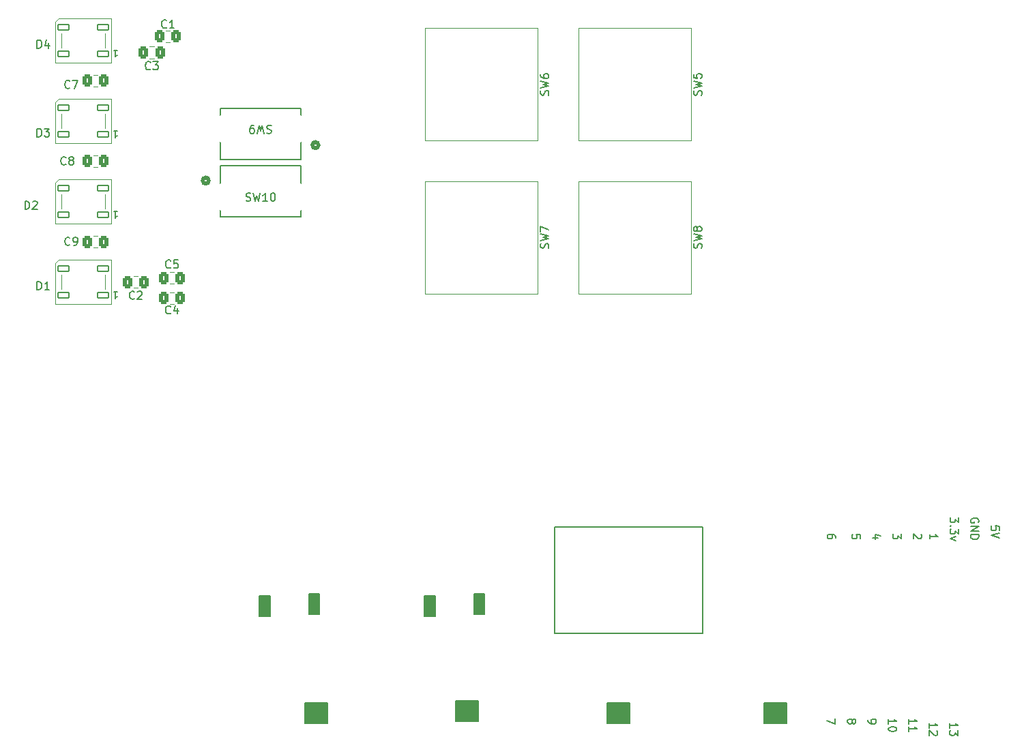
<source format=gto>
G04 #@! TF.GenerationSoftware,KiCad,Pcbnew,8.0.7*
G04 #@! TF.CreationDate,2025-07-02T20:48:29-04:00*
G04 #@! TF.ProjectId,ESP32_laptop-midi,45535033-325f-46c6-9170-746f702d6d69,rev?*
G04 #@! TF.SameCoordinates,Original*
G04 #@! TF.FileFunction,Legend,Top*
G04 #@! TF.FilePolarity,Positive*
%FSLAX46Y46*%
G04 Gerber Fmt 4.6, Leading zero omitted, Abs format (unit mm)*
G04 Created by KiCad (PCBNEW 8.0.7) date 2025-07-02 20:48:29*
%MOMM*%
%LPD*%
G01*
G04 APERTURE LIST*
G04 Aperture macros list*
%AMRoundRect*
0 Rectangle with rounded corners*
0 $1 Rounding radius*
0 $2 $3 $4 $5 $6 $7 $8 $9 X,Y pos of 4 corners*
0 Add a 4 corners polygon primitive as box body*
4,1,4,$2,$3,$4,$5,$6,$7,$8,$9,$2,$3,0*
0 Add four circle primitives for the rounded corners*
1,1,$1+$1,$2,$3*
1,1,$1+$1,$4,$5*
1,1,$1+$1,$6,$7*
1,1,$1+$1,$8,$9*
0 Add four rect primitives between the rounded corners*
20,1,$1+$1,$2,$3,$4,$5,0*
20,1,$1+$1,$4,$5,$6,$7,0*
20,1,$1+$1,$6,$7,$8,$9,0*
20,1,$1+$1,$8,$9,$2,$3,0*%
G04 Aperture macros list end*
%ADD10C,0.200000*%
%ADD11C,0.150000*%
%ADD12C,0.120000*%
%ADD13C,0.152400*%
%ADD14C,0.508000*%
%ADD15RoundRect,0.090000X0.660000X0.360000X-0.660000X0.360000X-0.660000X-0.360000X0.660000X-0.360000X0*%
%ADD16C,1.700000*%
%ADD17C,4.000000*%
%ADD18C,2.200000*%
%ADD19RoundRect,0.250000X-0.337500X-0.475000X0.337500X-0.475000X0.337500X0.475000X-0.337500X0.475000X0*%
%ADD20C,3.200000*%
%ADD21RoundRect,0.250000X0.337500X0.475000X-0.337500X0.475000X-0.337500X-0.475000X0.337500X-0.475000X0*%
%ADD22O,2.500000X3.500000*%
%ADD23C,1.524000*%
G04 APERTURE END LIST*
D10*
X187353000Y-95000000D02*
X188647000Y-95000000D01*
X188647000Y-97540000D01*
X187353000Y-97540000D01*
X187353000Y-95000000D01*
G36*
X187353000Y-95000000D02*
G01*
X188647000Y-95000000D01*
X188647000Y-97540000D01*
X187353000Y-97540000D01*
X187353000Y-95000000D01*
G37*
X207853000Y-95000000D02*
X209147000Y-95000000D01*
X209147000Y-97540000D01*
X207853000Y-97540000D01*
X207853000Y-95000000D01*
G36*
X207853000Y-95000000D02*
G01*
X209147000Y-95000000D01*
X209147000Y-97540000D01*
X207853000Y-97540000D01*
X207853000Y-95000000D01*
G37*
X224000000Y-86400000D02*
X242400000Y-86400000D01*
X242400000Y-99600000D01*
X224000000Y-99600000D01*
X224000000Y-86400000D01*
X211706000Y-108000000D02*
X214500000Y-108000000D01*
X214500000Y-110540000D01*
X211706000Y-110540000D01*
X211706000Y-108000000D01*
G36*
X211706000Y-108000000D02*
G01*
X214500000Y-108000000D01*
X214500000Y-110540000D01*
X211706000Y-110540000D01*
X211706000Y-108000000D01*
G37*
X193500000Y-94730000D02*
X194794000Y-94730000D01*
X194794000Y-97270000D01*
X193500000Y-97270000D01*
X193500000Y-94730000D01*
G36*
X193500000Y-94730000D02*
G01*
X194794000Y-94730000D01*
X194794000Y-97270000D01*
X193500000Y-97270000D01*
X193500000Y-94730000D01*
G37*
X230500000Y-108230000D02*
X233294000Y-108230000D01*
X233294000Y-110770000D01*
X230500000Y-110770000D01*
X230500000Y-108230000D01*
G36*
X230500000Y-108230000D02*
G01*
X233294000Y-108230000D01*
X233294000Y-110770000D01*
X230500000Y-110770000D01*
X230500000Y-108230000D01*
G37*
X214000000Y-94730000D02*
X215294000Y-94730000D01*
X215294000Y-97270000D01*
X214000000Y-97270000D01*
X214000000Y-94730000D01*
G36*
X214000000Y-94730000D02*
G01*
X215294000Y-94730000D01*
X215294000Y-97270000D01*
X214000000Y-97270000D01*
X214000000Y-94730000D01*
G37*
X250000000Y-108230000D02*
X252794000Y-108230000D01*
X252794000Y-110770000D01*
X250000000Y-110770000D01*
X250000000Y-108230000D01*
G36*
X250000000Y-108230000D02*
G01*
X252794000Y-108230000D01*
X252794000Y-110770000D01*
X250000000Y-110770000D01*
X250000000Y-108230000D01*
G37*
X193000000Y-108230000D02*
X195794000Y-108230000D01*
X195794000Y-110770000D01*
X193000000Y-110770000D01*
X193000000Y-108230000D01*
G36*
X193000000Y-108230000D02*
G01*
X195794000Y-108230000D01*
X195794000Y-110770000D01*
X193000000Y-110770000D01*
X193000000Y-108230000D01*
G37*
D11*
X269422942Y-87321160D02*
X269470561Y-87368779D01*
X269470561Y-87368779D02*
X269518180Y-87464017D01*
X269518180Y-87464017D02*
X269518180Y-87702112D01*
X269518180Y-87702112D02*
X269470561Y-87797350D01*
X269470561Y-87797350D02*
X269422942Y-87844969D01*
X269422942Y-87844969D02*
X269327704Y-87892588D01*
X269327704Y-87892588D02*
X269232466Y-87892588D01*
X269232466Y-87892588D02*
X269089609Y-87844969D01*
X269089609Y-87844969D02*
X268518180Y-87273541D01*
X268518180Y-87273541D02*
X268518180Y-87892588D01*
X264104847Y-87797350D02*
X263438180Y-87797350D01*
X264485800Y-87559255D02*
X263771514Y-87321160D01*
X263771514Y-87321160D02*
X263771514Y-87940207D01*
X266978180Y-87273541D02*
X266978180Y-87892588D01*
X266978180Y-87892588D02*
X266597228Y-87559255D01*
X266597228Y-87559255D02*
X266597228Y-87702112D01*
X266597228Y-87702112D02*
X266549609Y-87797350D01*
X266549609Y-87797350D02*
X266501990Y-87844969D01*
X266501990Y-87844969D02*
X266406752Y-87892588D01*
X266406752Y-87892588D02*
X266168657Y-87892588D01*
X266168657Y-87892588D02*
X266073419Y-87844969D01*
X266073419Y-87844969D02*
X266025800Y-87797350D01*
X266025800Y-87797350D02*
X265978180Y-87702112D01*
X265978180Y-87702112D02*
X265978180Y-87416398D01*
X265978180Y-87416398D02*
X266025800Y-87321160D01*
X266025800Y-87321160D02*
X266073419Y-87273541D01*
X279170180Y-86812969D02*
X279170180Y-86336779D01*
X279170180Y-86336779D02*
X278693990Y-86289160D01*
X278693990Y-86289160D02*
X278741609Y-86336779D01*
X278741609Y-86336779D02*
X278789228Y-86432017D01*
X278789228Y-86432017D02*
X278789228Y-86670112D01*
X278789228Y-86670112D02*
X278741609Y-86765350D01*
X278741609Y-86765350D02*
X278693990Y-86812969D01*
X278693990Y-86812969D02*
X278598752Y-86860588D01*
X278598752Y-86860588D02*
X278360657Y-86860588D01*
X278360657Y-86860588D02*
X278265419Y-86812969D01*
X278265419Y-86812969D02*
X278217800Y-86765350D01*
X278217800Y-86765350D02*
X278170180Y-86670112D01*
X278170180Y-86670112D02*
X278170180Y-86432017D01*
X278170180Y-86432017D02*
X278217800Y-86336779D01*
X278217800Y-86336779D02*
X278265419Y-86289160D01*
X279170180Y-87146303D02*
X278170180Y-87479636D01*
X278170180Y-87479636D02*
X279170180Y-87812969D01*
X270510180Y-111360588D02*
X270510180Y-110789160D01*
X270510180Y-111074874D02*
X271510180Y-111074874D01*
X271510180Y-111074874D02*
X271367323Y-110979636D01*
X271367323Y-110979636D02*
X271272085Y-110884398D01*
X271272085Y-110884398D02*
X271224466Y-110789160D01*
X271414942Y-111741541D02*
X271462561Y-111789160D01*
X271462561Y-111789160D02*
X271510180Y-111884398D01*
X271510180Y-111884398D02*
X271510180Y-112122493D01*
X271510180Y-112122493D02*
X271462561Y-112217731D01*
X271462561Y-112217731D02*
X271414942Y-112265350D01*
X271414942Y-112265350D02*
X271319704Y-112312969D01*
X271319704Y-112312969D02*
X271224466Y-112312969D01*
X271224466Y-112312969D02*
X271081609Y-112265350D01*
X271081609Y-112265350D02*
X270510180Y-111693922D01*
X270510180Y-111693922D02*
X270510180Y-112312969D01*
X267970180Y-110852588D02*
X267970180Y-110281160D01*
X267970180Y-110566874D02*
X268970180Y-110566874D01*
X268970180Y-110566874D02*
X268827323Y-110471636D01*
X268827323Y-110471636D02*
X268732085Y-110376398D01*
X268732085Y-110376398D02*
X268684466Y-110281160D01*
X267970180Y-111804969D02*
X267970180Y-111233541D01*
X267970180Y-111519255D02*
X268970180Y-111519255D01*
X268970180Y-111519255D02*
X268827323Y-111424017D01*
X268827323Y-111424017D02*
X268732085Y-111328779D01*
X268732085Y-111328779D02*
X268684466Y-111233541D01*
X276582561Y-85860588D02*
X276630180Y-85765350D01*
X276630180Y-85765350D02*
X276630180Y-85622493D01*
X276630180Y-85622493D02*
X276582561Y-85479636D01*
X276582561Y-85479636D02*
X276487323Y-85384398D01*
X276487323Y-85384398D02*
X276392085Y-85336779D01*
X276392085Y-85336779D02*
X276201609Y-85289160D01*
X276201609Y-85289160D02*
X276058752Y-85289160D01*
X276058752Y-85289160D02*
X275868276Y-85336779D01*
X275868276Y-85336779D02*
X275773038Y-85384398D01*
X275773038Y-85384398D02*
X275677800Y-85479636D01*
X275677800Y-85479636D02*
X275630180Y-85622493D01*
X275630180Y-85622493D02*
X275630180Y-85717731D01*
X275630180Y-85717731D02*
X275677800Y-85860588D01*
X275677800Y-85860588D02*
X275725419Y-85908207D01*
X275725419Y-85908207D02*
X276058752Y-85908207D01*
X276058752Y-85908207D02*
X276058752Y-85717731D01*
X275630180Y-86336779D02*
X276630180Y-86336779D01*
X276630180Y-86336779D02*
X275630180Y-86908207D01*
X275630180Y-86908207D02*
X276630180Y-86908207D01*
X275630180Y-87384398D02*
X276630180Y-87384398D01*
X276630180Y-87384398D02*
X276630180Y-87622493D01*
X276630180Y-87622493D02*
X276582561Y-87765350D01*
X276582561Y-87765350D02*
X276487323Y-87860588D01*
X276487323Y-87860588D02*
X276392085Y-87908207D01*
X276392085Y-87908207D02*
X276201609Y-87955826D01*
X276201609Y-87955826D02*
X276058752Y-87955826D01*
X276058752Y-87955826D02*
X275868276Y-87908207D01*
X275868276Y-87908207D02*
X275773038Y-87860588D01*
X275773038Y-87860588D02*
X275677800Y-87765350D01*
X275677800Y-87765350D02*
X275630180Y-87622493D01*
X275630180Y-87622493D02*
X275630180Y-87384398D01*
X273050180Y-111360588D02*
X273050180Y-110789160D01*
X273050180Y-111074874D02*
X274050180Y-111074874D01*
X274050180Y-111074874D02*
X273907323Y-110979636D01*
X273907323Y-110979636D02*
X273812085Y-110884398D01*
X273812085Y-110884398D02*
X273764466Y-110789160D01*
X274050180Y-111693922D02*
X274050180Y-112312969D01*
X274050180Y-112312969D02*
X273669228Y-111979636D01*
X273669228Y-111979636D02*
X273669228Y-112122493D01*
X273669228Y-112122493D02*
X273621609Y-112217731D01*
X273621609Y-112217731D02*
X273573990Y-112265350D01*
X273573990Y-112265350D02*
X273478752Y-112312969D01*
X273478752Y-112312969D02*
X273240657Y-112312969D01*
X273240657Y-112312969D02*
X273145419Y-112265350D01*
X273145419Y-112265350D02*
X273097800Y-112217731D01*
X273097800Y-112217731D02*
X273050180Y-112122493D01*
X273050180Y-112122493D02*
X273050180Y-111836779D01*
X273050180Y-111836779D02*
X273097800Y-111741541D01*
X273097800Y-111741541D02*
X273145419Y-111693922D01*
X274090180Y-85241541D02*
X274090180Y-85860588D01*
X274090180Y-85860588D02*
X273709228Y-85527255D01*
X273709228Y-85527255D02*
X273709228Y-85670112D01*
X273709228Y-85670112D02*
X273661609Y-85765350D01*
X273661609Y-85765350D02*
X273613990Y-85812969D01*
X273613990Y-85812969D02*
X273518752Y-85860588D01*
X273518752Y-85860588D02*
X273280657Y-85860588D01*
X273280657Y-85860588D02*
X273185419Y-85812969D01*
X273185419Y-85812969D02*
X273137800Y-85765350D01*
X273137800Y-85765350D02*
X273090180Y-85670112D01*
X273090180Y-85670112D02*
X273090180Y-85384398D01*
X273090180Y-85384398D02*
X273137800Y-85289160D01*
X273137800Y-85289160D02*
X273185419Y-85241541D01*
X273185419Y-86289160D02*
X273137800Y-86336779D01*
X273137800Y-86336779D02*
X273090180Y-86289160D01*
X273090180Y-86289160D02*
X273137800Y-86241541D01*
X273137800Y-86241541D02*
X273185419Y-86289160D01*
X273185419Y-86289160D02*
X273090180Y-86289160D01*
X274090180Y-86670112D02*
X274090180Y-87289159D01*
X274090180Y-87289159D02*
X273709228Y-86955826D01*
X273709228Y-86955826D02*
X273709228Y-87098683D01*
X273709228Y-87098683D02*
X273661609Y-87193921D01*
X273661609Y-87193921D02*
X273613990Y-87241540D01*
X273613990Y-87241540D02*
X273518752Y-87289159D01*
X273518752Y-87289159D02*
X273280657Y-87289159D01*
X273280657Y-87289159D02*
X273185419Y-87241540D01*
X273185419Y-87241540D02*
X273137800Y-87193921D01*
X273137800Y-87193921D02*
X273090180Y-87098683D01*
X273090180Y-87098683D02*
X273090180Y-86812969D01*
X273090180Y-86812969D02*
X273137800Y-86717731D01*
X273137800Y-86717731D02*
X273185419Y-86670112D01*
X273756847Y-87622493D02*
X273090180Y-87860588D01*
X273090180Y-87860588D02*
X273756847Y-88098683D01*
X270550180Y-87892588D02*
X270550180Y-87321160D01*
X270550180Y-87606874D02*
X271550180Y-87606874D01*
X271550180Y-87606874D02*
X271407323Y-87511636D01*
X271407323Y-87511636D02*
X271312085Y-87416398D01*
X271312085Y-87416398D02*
X271264466Y-87321160D01*
X265430180Y-110852588D02*
X265430180Y-110281160D01*
X265430180Y-110566874D02*
X266430180Y-110566874D01*
X266430180Y-110566874D02*
X266287323Y-110471636D01*
X266287323Y-110471636D02*
X266192085Y-110376398D01*
X266192085Y-110376398D02*
X266144466Y-110281160D01*
X266430180Y-111471636D02*
X266430180Y-111566874D01*
X266430180Y-111566874D02*
X266382561Y-111662112D01*
X266382561Y-111662112D02*
X266334942Y-111709731D01*
X266334942Y-111709731D02*
X266239704Y-111757350D01*
X266239704Y-111757350D02*
X266049228Y-111804969D01*
X266049228Y-111804969D02*
X265811133Y-111804969D01*
X265811133Y-111804969D02*
X265620657Y-111757350D01*
X265620657Y-111757350D02*
X265525419Y-111709731D01*
X265525419Y-111709731D02*
X265477800Y-111662112D01*
X265477800Y-111662112D02*
X265430180Y-111566874D01*
X265430180Y-111566874D02*
X265430180Y-111471636D01*
X265430180Y-111471636D02*
X265477800Y-111376398D01*
X265477800Y-111376398D02*
X265525419Y-111328779D01*
X265525419Y-111328779D02*
X265620657Y-111281160D01*
X265620657Y-111281160D02*
X265811133Y-111233541D01*
X265811133Y-111233541D02*
X266049228Y-111233541D01*
X266049228Y-111233541D02*
X266239704Y-111281160D01*
X266239704Y-111281160D02*
X266334942Y-111328779D01*
X266334942Y-111328779D02*
X266382561Y-111376398D01*
X266382561Y-111376398D02*
X266430180Y-111471636D01*
X262890180Y-110376398D02*
X262890180Y-110566874D01*
X262890180Y-110566874D02*
X262937800Y-110662112D01*
X262937800Y-110662112D02*
X262985419Y-110709731D01*
X262985419Y-110709731D02*
X263128276Y-110804969D01*
X263128276Y-110804969D02*
X263318752Y-110852588D01*
X263318752Y-110852588D02*
X263699704Y-110852588D01*
X263699704Y-110852588D02*
X263794942Y-110804969D01*
X263794942Y-110804969D02*
X263842561Y-110757350D01*
X263842561Y-110757350D02*
X263890180Y-110662112D01*
X263890180Y-110662112D02*
X263890180Y-110471636D01*
X263890180Y-110471636D02*
X263842561Y-110376398D01*
X263842561Y-110376398D02*
X263794942Y-110328779D01*
X263794942Y-110328779D02*
X263699704Y-110281160D01*
X263699704Y-110281160D02*
X263461609Y-110281160D01*
X263461609Y-110281160D02*
X263366371Y-110328779D01*
X263366371Y-110328779D02*
X263318752Y-110376398D01*
X263318752Y-110376398D02*
X263271133Y-110471636D01*
X263271133Y-110471636D02*
X263271133Y-110662112D01*
X263271133Y-110662112D02*
X263318752Y-110757350D01*
X263318752Y-110757350D02*
X263366371Y-110804969D01*
X263366371Y-110804969D02*
X263461609Y-110852588D01*
X260921609Y-110471636D02*
X260969228Y-110376398D01*
X260969228Y-110376398D02*
X261016847Y-110328779D01*
X261016847Y-110328779D02*
X261112085Y-110281160D01*
X261112085Y-110281160D02*
X261159704Y-110281160D01*
X261159704Y-110281160D02*
X261254942Y-110328779D01*
X261254942Y-110328779D02*
X261302561Y-110376398D01*
X261302561Y-110376398D02*
X261350180Y-110471636D01*
X261350180Y-110471636D02*
X261350180Y-110662112D01*
X261350180Y-110662112D02*
X261302561Y-110757350D01*
X261302561Y-110757350D02*
X261254942Y-110804969D01*
X261254942Y-110804969D02*
X261159704Y-110852588D01*
X261159704Y-110852588D02*
X261112085Y-110852588D01*
X261112085Y-110852588D02*
X261016847Y-110804969D01*
X261016847Y-110804969D02*
X260969228Y-110757350D01*
X260969228Y-110757350D02*
X260921609Y-110662112D01*
X260921609Y-110662112D02*
X260921609Y-110471636D01*
X260921609Y-110471636D02*
X260873990Y-110376398D01*
X260873990Y-110376398D02*
X260826371Y-110328779D01*
X260826371Y-110328779D02*
X260731133Y-110281160D01*
X260731133Y-110281160D02*
X260540657Y-110281160D01*
X260540657Y-110281160D02*
X260445419Y-110328779D01*
X260445419Y-110328779D02*
X260397800Y-110376398D01*
X260397800Y-110376398D02*
X260350180Y-110471636D01*
X260350180Y-110471636D02*
X260350180Y-110662112D01*
X260350180Y-110662112D02*
X260397800Y-110757350D01*
X260397800Y-110757350D02*
X260445419Y-110804969D01*
X260445419Y-110804969D02*
X260540657Y-110852588D01*
X260540657Y-110852588D02*
X260731133Y-110852588D01*
X260731133Y-110852588D02*
X260826371Y-110804969D01*
X260826371Y-110804969D02*
X260873990Y-110757350D01*
X260873990Y-110757350D02*
X260921609Y-110662112D01*
X258850180Y-87797350D02*
X258850180Y-87606874D01*
X258850180Y-87606874D02*
X258802561Y-87511636D01*
X258802561Y-87511636D02*
X258754942Y-87464017D01*
X258754942Y-87464017D02*
X258612085Y-87368779D01*
X258612085Y-87368779D02*
X258421609Y-87321160D01*
X258421609Y-87321160D02*
X258040657Y-87321160D01*
X258040657Y-87321160D02*
X257945419Y-87368779D01*
X257945419Y-87368779D02*
X257897800Y-87416398D01*
X257897800Y-87416398D02*
X257850180Y-87511636D01*
X257850180Y-87511636D02*
X257850180Y-87702112D01*
X257850180Y-87702112D02*
X257897800Y-87797350D01*
X257897800Y-87797350D02*
X257945419Y-87844969D01*
X257945419Y-87844969D02*
X258040657Y-87892588D01*
X258040657Y-87892588D02*
X258278752Y-87892588D01*
X258278752Y-87892588D02*
X258373990Y-87844969D01*
X258373990Y-87844969D02*
X258421609Y-87797350D01*
X258421609Y-87797350D02*
X258469228Y-87702112D01*
X258469228Y-87702112D02*
X258469228Y-87511636D01*
X258469228Y-87511636D02*
X258421609Y-87416398D01*
X258421609Y-87416398D02*
X258373990Y-87368779D01*
X258373990Y-87368779D02*
X258278752Y-87321160D01*
X261898180Y-87844969D02*
X261898180Y-87368779D01*
X261898180Y-87368779D02*
X261421990Y-87321160D01*
X261421990Y-87321160D02*
X261469609Y-87368779D01*
X261469609Y-87368779D02*
X261517228Y-87464017D01*
X261517228Y-87464017D02*
X261517228Y-87702112D01*
X261517228Y-87702112D02*
X261469609Y-87797350D01*
X261469609Y-87797350D02*
X261421990Y-87844969D01*
X261421990Y-87844969D02*
X261326752Y-87892588D01*
X261326752Y-87892588D02*
X261088657Y-87892588D01*
X261088657Y-87892588D02*
X260993419Y-87844969D01*
X260993419Y-87844969D02*
X260945800Y-87797350D01*
X260945800Y-87797350D02*
X260898180Y-87702112D01*
X260898180Y-87702112D02*
X260898180Y-87464017D01*
X260898180Y-87464017D02*
X260945800Y-87368779D01*
X260945800Y-87368779D02*
X260993419Y-87321160D01*
X258810180Y-110233541D02*
X258810180Y-110900207D01*
X258810180Y-110900207D02*
X257810180Y-110471636D01*
X159761905Y-37954819D02*
X159761905Y-36954819D01*
X159761905Y-36954819D02*
X160000000Y-36954819D01*
X160000000Y-36954819D02*
X160142857Y-37002438D01*
X160142857Y-37002438D02*
X160238095Y-37097676D01*
X160238095Y-37097676D02*
X160285714Y-37192914D01*
X160285714Y-37192914D02*
X160333333Y-37383390D01*
X160333333Y-37383390D02*
X160333333Y-37526247D01*
X160333333Y-37526247D02*
X160285714Y-37716723D01*
X160285714Y-37716723D02*
X160238095Y-37811961D01*
X160238095Y-37811961D02*
X160142857Y-37907200D01*
X160142857Y-37907200D02*
X160000000Y-37954819D01*
X160000000Y-37954819D02*
X159761905Y-37954819D01*
X160666667Y-36954819D02*
X161285714Y-36954819D01*
X161285714Y-36954819D02*
X160952381Y-37335771D01*
X160952381Y-37335771D02*
X161095238Y-37335771D01*
X161095238Y-37335771D02*
X161190476Y-37383390D01*
X161190476Y-37383390D02*
X161238095Y-37431009D01*
X161238095Y-37431009D02*
X161285714Y-37526247D01*
X161285714Y-37526247D02*
X161285714Y-37764342D01*
X161285714Y-37764342D02*
X161238095Y-37859580D01*
X161238095Y-37859580D02*
X161190476Y-37907200D01*
X161190476Y-37907200D02*
X161095238Y-37954819D01*
X161095238Y-37954819D02*
X160809524Y-37954819D01*
X160809524Y-37954819D02*
X160714286Y-37907200D01*
X160714286Y-37907200D02*
X160666667Y-37859580D01*
X169271428Y-37237704D02*
X169728571Y-37237704D01*
X169499999Y-37237704D02*
X169499999Y-38037704D01*
X169499999Y-38037704D02*
X169576190Y-37923419D01*
X169576190Y-37923419D02*
X169652380Y-37847228D01*
X169652380Y-37847228D02*
X169728571Y-37809133D01*
X223201200Y-32793332D02*
X223248819Y-32650475D01*
X223248819Y-32650475D02*
X223248819Y-32412380D01*
X223248819Y-32412380D02*
X223201200Y-32317142D01*
X223201200Y-32317142D02*
X223153580Y-32269523D01*
X223153580Y-32269523D02*
X223058342Y-32221904D01*
X223058342Y-32221904D02*
X222963104Y-32221904D01*
X222963104Y-32221904D02*
X222867866Y-32269523D01*
X222867866Y-32269523D02*
X222820247Y-32317142D01*
X222820247Y-32317142D02*
X222772628Y-32412380D01*
X222772628Y-32412380D02*
X222725009Y-32602856D01*
X222725009Y-32602856D02*
X222677390Y-32698094D01*
X222677390Y-32698094D02*
X222629771Y-32745713D01*
X222629771Y-32745713D02*
X222534533Y-32793332D01*
X222534533Y-32793332D02*
X222439295Y-32793332D01*
X222439295Y-32793332D02*
X222344057Y-32745713D01*
X222344057Y-32745713D02*
X222296438Y-32698094D01*
X222296438Y-32698094D02*
X222248819Y-32602856D01*
X222248819Y-32602856D02*
X222248819Y-32364761D01*
X222248819Y-32364761D02*
X222296438Y-32221904D01*
X222248819Y-31888570D02*
X223248819Y-31650475D01*
X223248819Y-31650475D02*
X222534533Y-31459999D01*
X222534533Y-31459999D02*
X223248819Y-31269523D01*
X223248819Y-31269523D02*
X222248819Y-31031428D01*
X222248819Y-30221904D02*
X222248819Y-30412380D01*
X222248819Y-30412380D02*
X222296438Y-30507618D01*
X222296438Y-30507618D02*
X222344057Y-30555237D01*
X222344057Y-30555237D02*
X222486914Y-30650475D01*
X222486914Y-30650475D02*
X222677390Y-30698094D01*
X222677390Y-30698094D02*
X223058342Y-30698094D01*
X223058342Y-30698094D02*
X223153580Y-30650475D01*
X223153580Y-30650475D02*
X223201200Y-30602856D01*
X223201200Y-30602856D02*
X223248819Y-30507618D01*
X223248819Y-30507618D02*
X223248819Y-30317142D01*
X223248819Y-30317142D02*
X223201200Y-30221904D01*
X223201200Y-30221904D02*
X223153580Y-30174285D01*
X223153580Y-30174285D02*
X223058342Y-30126666D01*
X223058342Y-30126666D02*
X222820247Y-30126666D01*
X222820247Y-30126666D02*
X222725009Y-30174285D01*
X222725009Y-30174285D02*
X222677390Y-30221904D01*
X222677390Y-30221904D02*
X222629771Y-30317142D01*
X222629771Y-30317142D02*
X222629771Y-30507618D01*
X222629771Y-30507618D02*
X222677390Y-30602856D01*
X222677390Y-30602856D02*
X222725009Y-30650475D01*
X222725009Y-30650475D02*
X222820247Y-30698094D01*
X159761905Y-26954819D02*
X159761905Y-25954819D01*
X159761905Y-25954819D02*
X160000000Y-25954819D01*
X160000000Y-25954819D02*
X160142857Y-26002438D01*
X160142857Y-26002438D02*
X160238095Y-26097676D01*
X160238095Y-26097676D02*
X160285714Y-26192914D01*
X160285714Y-26192914D02*
X160333333Y-26383390D01*
X160333333Y-26383390D02*
X160333333Y-26526247D01*
X160333333Y-26526247D02*
X160285714Y-26716723D01*
X160285714Y-26716723D02*
X160238095Y-26811961D01*
X160238095Y-26811961D02*
X160142857Y-26907200D01*
X160142857Y-26907200D02*
X160000000Y-26954819D01*
X160000000Y-26954819D02*
X159761905Y-26954819D01*
X161190476Y-26288152D02*
X161190476Y-26954819D01*
X160952381Y-25907200D02*
X160714286Y-26621485D01*
X160714286Y-26621485D02*
X161333333Y-26621485D01*
X169271428Y-27237704D02*
X169728571Y-27237704D01*
X169499999Y-27237704D02*
X169499999Y-28037704D01*
X169499999Y-28037704D02*
X169576190Y-27923419D01*
X169576190Y-27923419D02*
X169652380Y-27847228D01*
X169652380Y-27847228D02*
X169728571Y-27809133D01*
X163333333Y-41359580D02*
X163285714Y-41407200D01*
X163285714Y-41407200D02*
X163142857Y-41454819D01*
X163142857Y-41454819D02*
X163047619Y-41454819D01*
X163047619Y-41454819D02*
X162904762Y-41407200D01*
X162904762Y-41407200D02*
X162809524Y-41311961D01*
X162809524Y-41311961D02*
X162761905Y-41216723D01*
X162761905Y-41216723D02*
X162714286Y-41026247D01*
X162714286Y-41026247D02*
X162714286Y-40883390D01*
X162714286Y-40883390D02*
X162761905Y-40692914D01*
X162761905Y-40692914D02*
X162809524Y-40597676D01*
X162809524Y-40597676D02*
X162904762Y-40502438D01*
X162904762Y-40502438D02*
X163047619Y-40454819D01*
X163047619Y-40454819D02*
X163142857Y-40454819D01*
X163142857Y-40454819D02*
X163285714Y-40502438D01*
X163285714Y-40502438D02*
X163333333Y-40550057D01*
X163904762Y-40883390D02*
X163809524Y-40835771D01*
X163809524Y-40835771D02*
X163761905Y-40788152D01*
X163761905Y-40788152D02*
X163714286Y-40692914D01*
X163714286Y-40692914D02*
X163714286Y-40645295D01*
X163714286Y-40645295D02*
X163761905Y-40550057D01*
X163761905Y-40550057D02*
X163809524Y-40502438D01*
X163809524Y-40502438D02*
X163904762Y-40454819D01*
X163904762Y-40454819D02*
X164095238Y-40454819D01*
X164095238Y-40454819D02*
X164190476Y-40502438D01*
X164190476Y-40502438D02*
X164238095Y-40550057D01*
X164238095Y-40550057D02*
X164285714Y-40645295D01*
X164285714Y-40645295D02*
X164285714Y-40692914D01*
X164285714Y-40692914D02*
X164238095Y-40788152D01*
X164238095Y-40788152D02*
X164190476Y-40835771D01*
X164190476Y-40835771D02*
X164095238Y-40883390D01*
X164095238Y-40883390D02*
X163904762Y-40883390D01*
X163904762Y-40883390D02*
X163809524Y-40931009D01*
X163809524Y-40931009D02*
X163761905Y-40978628D01*
X163761905Y-40978628D02*
X163714286Y-41073866D01*
X163714286Y-41073866D02*
X163714286Y-41264342D01*
X163714286Y-41264342D02*
X163761905Y-41359580D01*
X163761905Y-41359580D02*
X163809524Y-41407200D01*
X163809524Y-41407200D02*
X163904762Y-41454819D01*
X163904762Y-41454819D02*
X164095238Y-41454819D01*
X164095238Y-41454819D02*
X164190476Y-41407200D01*
X164190476Y-41407200D02*
X164238095Y-41359580D01*
X164238095Y-41359580D02*
X164285714Y-41264342D01*
X164285714Y-41264342D02*
X164285714Y-41073866D01*
X164285714Y-41073866D02*
X164238095Y-40978628D01*
X164238095Y-40978628D02*
X164190476Y-40931009D01*
X164190476Y-40931009D02*
X164095238Y-40883390D01*
X242201200Y-51793332D02*
X242248819Y-51650475D01*
X242248819Y-51650475D02*
X242248819Y-51412380D01*
X242248819Y-51412380D02*
X242201200Y-51317142D01*
X242201200Y-51317142D02*
X242153580Y-51269523D01*
X242153580Y-51269523D02*
X242058342Y-51221904D01*
X242058342Y-51221904D02*
X241963104Y-51221904D01*
X241963104Y-51221904D02*
X241867866Y-51269523D01*
X241867866Y-51269523D02*
X241820247Y-51317142D01*
X241820247Y-51317142D02*
X241772628Y-51412380D01*
X241772628Y-51412380D02*
X241725009Y-51602856D01*
X241725009Y-51602856D02*
X241677390Y-51698094D01*
X241677390Y-51698094D02*
X241629771Y-51745713D01*
X241629771Y-51745713D02*
X241534533Y-51793332D01*
X241534533Y-51793332D02*
X241439295Y-51793332D01*
X241439295Y-51793332D02*
X241344057Y-51745713D01*
X241344057Y-51745713D02*
X241296438Y-51698094D01*
X241296438Y-51698094D02*
X241248819Y-51602856D01*
X241248819Y-51602856D02*
X241248819Y-51364761D01*
X241248819Y-51364761D02*
X241296438Y-51221904D01*
X241248819Y-50888570D02*
X242248819Y-50650475D01*
X242248819Y-50650475D02*
X241534533Y-50459999D01*
X241534533Y-50459999D02*
X242248819Y-50269523D01*
X242248819Y-50269523D02*
X241248819Y-50031428D01*
X241677390Y-49507618D02*
X241629771Y-49602856D01*
X241629771Y-49602856D02*
X241582152Y-49650475D01*
X241582152Y-49650475D02*
X241486914Y-49698094D01*
X241486914Y-49698094D02*
X241439295Y-49698094D01*
X241439295Y-49698094D02*
X241344057Y-49650475D01*
X241344057Y-49650475D02*
X241296438Y-49602856D01*
X241296438Y-49602856D02*
X241248819Y-49507618D01*
X241248819Y-49507618D02*
X241248819Y-49317142D01*
X241248819Y-49317142D02*
X241296438Y-49221904D01*
X241296438Y-49221904D02*
X241344057Y-49174285D01*
X241344057Y-49174285D02*
X241439295Y-49126666D01*
X241439295Y-49126666D02*
X241486914Y-49126666D01*
X241486914Y-49126666D02*
X241582152Y-49174285D01*
X241582152Y-49174285D02*
X241629771Y-49221904D01*
X241629771Y-49221904D02*
X241677390Y-49317142D01*
X241677390Y-49317142D02*
X241677390Y-49507618D01*
X241677390Y-49507618D02*
X241725009Y-49602856D01*
X241725009Y-49602856D02*
X241772628Y-49650475D01*
X241772628Y-49650475D02*
X241867866Y-49698094D01*
X241867866Y-49698094D02*
X242058342Y-49698094D01*
X242058342Y-49698094D02*
X242153580Y-49650475D01*
X242153580Y-49650475D02*
X242201200Y-49602856D01*
X242201200Y-49602856D02*
X242248819Y-49507618D01*
X242248819Y-49507618D02*
X242248819Y-49317142D01*
X242248819Y-49317142D02*
X242201200Y-49221904D01*
X242201200Y-49221904D02*
X242153580Y-49174285D01*
X242153580Y-49174285D02*
X242058342Y-49126666D01*
X242058342Y-49126666D02*
X241867866Y-49126666D01*
X241867866Y-49126666D02*
X241772628Y-49174285D01*
X241772628Y-49174285D02*
X241725009Y-49221904D01*
X241725009Y-49221904D02*
X241677390Y-49317142D01*
X158261905Y-46954819D02*
X158261905Y-45954819D01*
X158261905Y-45954819D02*
X158500000Y-45954819D01*
X158500000Y-45954819D02*
X158642857Y-46002438D01*
X158642857Y-46002438D02*
X158738095Y-46097676D01*
X158738095Y-46097676D02*
X158785714Y-46192914D01*
X158785714Y-46192914D02*
X158833333Y-46383390D01*
X158833333Y-46383390D02*
X158833333Y-46526247D01*
X158833333Y-46526247D02*
X158785714Y-46716723D01*
X158785714Y-46716723D02*
X158738095Y-46811961D01*
X158738095Y-46811961D02*
X158642857Y-46907200D01*
X158642857Y-46907200D02*
X158500000Y-46954819D01*
X158500000Y-46954819D02*
X158261905Y-46954819D01*
X159214286Y-46050057D02*
X159261905Y-46002438D01*
X159261905Y-46002438D02*
X159357143Y-45954819D01*
X159357143Y-45954819D02*
X159595238Y-45954819D01*
X159595238Y-45954819D02*
X159690476Y-46002438D01*
X159690476Y-46002438D02*
X159738095Y-46050057D01*
X159738095Y-46050057D02*
X159785714Y-46145295D01*
X159785714Y-46145295D02*
X159785714Y-46240533D01*
X159785714Y-46240533D02*
X159738095Y-46383390D01*
X159738095Y-46383390D02*
X159166667Y-46954819D01*
X159166667Y-46954819D02*
X159785714Y-46954819D01*
X169271428Y-47237704D02*
X169728571Y-47237704D01*
X169499999Y-47237704D02*
X169499999Y-48037704D01*
X169499999Y-48037704D02*
X169576190Y-47923419D01*
X169576190Y-47923419D02*
X169652380Y-47847228D01*
X169652380Y-47847228D02*
X169728571Y-47809133D01*
X163833333Y-51359580D02*
X163785714Y-51407200D01*
X163785714Y-51407200D02*
X163642857Y-51454819D01*
X163642857Y-51454819D02*
X163547619Y-51454819D01*
X163547619Y-51454819D02*
X163404762Y-51407200D01*
X163404762Y-51407200D02*
X163309524Y-51311961D01*
X163309524Y-51311961D02*
X163261905Y-51216723D01*
X163261905Y-51216723D02*
X163214286Y-51026247D01*
X163214286Y-51026247D02*
X163214286Y-50883390D01*
X163214286Y-50883390D02*
X163261905Y-50692914D01*
X163261905Y-50692914D02*
X163309524Y-50597676D01*
X163309524Y-50597676D02*
X163404762Y-50502438D01*
X163404762Y-50502438D02*
X163547619Y-50454819D01*
X163547619Y-50454819D02*
X163642857Y-50454819D01*
X163642857Y-50454819D02*
X163785714Y-50502438D01*
X163785714Y-50502438D02*
X163833333Y-50550057D01*
X164309524Y-51454819D02*
X164500000Y-51454819D01*
X164500000Y-51454819D02*
X164595238Y-51407200D01*
X164595238Y-51407200D02*
X164642857Y-51359580D01*
X164642857Y-51359580D02*
X164738095Y-51216723D01*
X164738095Y-51216723D02*
X164785714Y-51026247D01*
X164785714Y-51026247D02*
X164785714Y-50645295D01*
X164785714Y-50645295D02*
X164738095Y-50550057D01*
X164738095Y-50550057D02*
X164690476Y-50502438D01*
X164690476Y-50502438D02*
X164595238Y-50454819D01*
X164595238Y-50454819D02*
X164404762Y-50454819D01*
X164404762Y-50454819D02*
X164309524Y-50502438D01*
X164309524Y-50502438D02*
X164261905Y-50550057D01*
X164261905Y-50550057D02*
X164214286Y-50645295D01*
X164214286Y-50645295D02*
X164214286Y-50883390D01*
X164214286Y-50883390D02*
X164261905Y-50978628D01*
X164261905Y-50978628D02*
X164309524Y-51026247D01*
X164309524Y-51026247D02*
X164404762Y-51073866D01*
X164404762Y-51073866D02*
X164595238Y-51073866D01*
X164595238Y-51073866D02*
X164690476Y-51026247D01*
X164690476Y-51026247D02*
X164738095Y-50978628D01*
X164738095Y-50978628D02*
X164785714Y-50883390D01*
X242201200Y-32793332D02*
X242248819Y-32650475D01*
X242248819Y-32650475D02*
X242248819Y-32412380D01*
X242248819Y-32412380D02*
X242201200Y-32317142D01*
X242201200Y-32317142D02*
X242153580Y-32269523D01*
X242153580Y-32269523D02*
X242058342Y-32221904D01*
X242058342Y-32221904D02*
X241963104Y-32221904D01*
X241963104Y-32221904D02*
X241867866Y-32269523D01*
X241867866Y-32269523D02*
X241820247Y-32317142D01*
X241820247Y-32317142D02*
X241772628Y-32412380D01*
X241772628Y-32412380D02*
X241725009Y-32602856D01*
X241725009Y-32602856D02*
X241677390Y-32698094D01*
X241677390Y-32698094D02*
X241629771Y-32745713D01*
X241629771Y-32745713D02*
X241534533Y-32793332D01*
X241534533Y-32793332D02*
X241439295Y-32793332D01*
X241439295Y-32793332D02*
X241344057Y-32745713D01*
X241344057Y-32745713D02*
X241296438Y-32698094D01*
X241296438Y-32698094D02*
X241248819Y-32602856D01*
X241248819Y-32602856D02*
X241248819Y-32364761D01*
X241248819Y-32364761D02*
X241296438Y-32221904D01*
X241248819Y-31888570D02*
X242248819Y-31650475D01*
X242248819Y-31650475D02*
X241534533Y-31459999D01*
X241534533Y-31459999D02*
X242248819Y-31269523D01*
X242248819Y-31269523D02*
X241248819Y-31031428D01*
X241248819Y-30174285D02*
X241248819Y-30650475D01*
X241248819Y-30650475D02*
X241725009Y-30698094D01*
X241725009Y-30698094D02*
X241677390Y-30650475D01*
X241677390Y-30650475D02*
X241629771Y-30555237D01*
X241629771Y-30555237D02*
X241629771Y-30317142D01*
X241629771Y-30317142D02*
X241677390Y-30221904D01*
X241677390Y-30221904D02*
X241725009Y-30174285D01*
X241725009Y-30174285D02*
X241820247Y-30126666D01*
X241820247Y-30126666D02*
X242058342Y-30126666D01*
X242058342Y-30126666D02*
X242153580Y-30174285D01*
X242153580Y-30174285D02*
X242201200Y-30221904D01*
X242201200Y-30221904D02*
X242248819Y-30317142D01*
X242248819Y-30317142D02*
X242248819Y-30555237D01*
X242248819Y-30555237D02*
X242201200Y-30650475D01*
X242201200Y-30650475D02*
X242153580Y-30698094D01*
X163833333Y-31859580D02*
X163785714Y-31907200D01*
X163785714Y-31907200D02*
X163642857Y-31954819D01*
X163642857Y-31954819D02*
X163547619Y-31954819D01*
X163547619Y-31954819D02*
X163404762Y-31907200D01*
X163404762Y-31907200D02*
X163309524Y-31811961D01*
X163309524Y-31811961D02*
X163261905Y-31716723D01*
X163261905Y-31716723D02*
X163214286Y-31526247D01*
X163214286Y-31526247D02*
X163214286Y-31383390D01*
X163214286Y-31383390D02*
X163261905Y-31192914D01*
X163261905Y-31192914D02*
X163309524Y-31097676D01*
X163309524Y-31097676D02*
X163404762Y-31002438D01*
X163404762Y-31002438D02*
X163547619Y-30954819D01*
X163547619Y-30954819D02*
X163642857Y-30954819D01*
X163642857Y-30954819D02*
X163785714Y-31002438D01*
X163785714Y-31002438D02*
X163833333Y-31050057D01*
X164166667Y-30954819D02*
X164833333Y-30954819D01*
X164833333Y-30954819D02*
X164404762Y-31954819D01*
X159761905Y-56954819D02*
X159761905Y-55954819D01*
X159761905Y-55954819D02*
X160000000Y-55954819D01*
X160000000Y-55954819D02*
X160142857Y-56002438D01*
X160142857Y-56002438D02*
X160238095Y-56097676D01*
X160238095Y-56097676D02*
X160285714Y-56192914D01*
X160285714Y-56192914D02*
X160333333Y-56383390D01*
X160333333Y-56383390D02*
X160333333Y-56526247D01*
X160333333Y-56526247D02*
X160285714Y-56716723D01*
X160285714Y-56716723D02*
X160238095Y-56811961D01*
X160238095Y-56811961D02*
X160142857Y-56907200D01*
X160142857Y-56907200D02*
X160000000Y-56954819D01*
X160000000Y-56954819D02*
X159761905Y-56954819D01*
X161285714Y-56954819D02*
X160714286Y-56954819D01*
X161000000Y-56954819D02*
X161000000Y-55954819D01*
X161000000Y-55954819D02*
X160904762Y-56097676D01*
X160904762Y-56097676D02*
X160809524Y-56192914D01*
X160809524Y-56192914D02*
X160714286Y-56240533D01*
X169271428Y-57237704D02*
X169728571Y-57237704D01*
X169499999Y-57237704D02*
X169499999Y-58037704D01*
X169499999Y-58037704D02*
X169576190Y-57923419D01*
X169576190Y-57923419D02*
X169652380Y-57847228D01*
X169652380Y-57847228D02*
X169728571Y-57809133D01*
X171833333Y-58039580D02*
X171785714Y-58087200D01*
X171785714Y-58087200D02*
X171642857Y-58134819D01*
X171642857Y-58134819D02*
X171547619Y-58134819D01*
X171547619Y-58134819D02*
X171404762Y-58087200D01*
X171404762Y-58087200D02*
X171309524Y-57991961D01*
X171309524Y-57991961D02*
X171261905Y-57896723D01*
X171261905Y-57896723D02*
X171214286Y-57706247D01*
X171214286Y-57706247D02*
X171214286Y-57563390D01*
X171214286Y-57563390D02*
X171261905Y-57372914D01*
X171261905Y-57372914D02*
X171309524Y-57277676D01*
X171309524Y-57277676D02*
X171404762Y-57182438D01*
X171404762Y-57182438D02*
X171547619Y-57134819D01*
X171547619Y-57134819D02*
X171642857Y-57134819D01*
X171642857Y-57134819D02*
X171785714Y-57182438D01*
X171785714Y-57182438D02*
X171833333Y-57230057D01*
X172214286Y-57230057D02*
X172261905Y-57182438D01*
X172261905Y-57182438D02*
X172357143Y-57134819D01*
X172357143Y-57134819D02*
X172595238Y-57134819D01*
X172595238Y-57134819D02*
X172690476Y-57182438D01*
X172690476Y-57182438D02*
X172738095Y-57230057D01*
X172738095Y-57230057D02*
X172785714Y-57325295D01*
X172785714Y-57325295D02*
X172785714Y-57420533D01*
X172785714Y-57420533D02*
X172738095Y-57563390D01*
X172738095Y-57563390D02*
X172166667Y-58134819D01*
X172166667Y-58134819D02*
X172785714Y-58134819D01*
X188833332Y-36592800D02*
X188690475Y-36545180D01*
X188690475Y-36545180D02*
X188452380Y-36545180D01*
X188452380Y-36545180D02*
X188357142Y-36592800D01*
X188357142Y-36592800D02*
X188309523Y-36640419D01*
X188309523Y-36640419D02*
X188261904Y-36735657D01*
X188261904Y-36735657D02*
X188261904Y-36830895D01*
X188261904Y-36830895D02*
X188309523Y-36926133D01*
X188309523Y-36926133D02*
X188357142Y-36973752D01*
X188357142Y-36973752D02*
X188452380Y-37021371D01*
X188452380Y-37021371D02*
X188642856Y-37068990D01*
X188642856Y-37068990D02*
X188738094Y-37116609D01*
X188738094Y-37116609D02*
X188785713Y-37164228D01*
X188785713Y-37164228D02*
X188833332Y-37259466D01*
X188833332Y-37259466D02*
X188833332Y-37354704D01*
X188833332Y-37354704D02*
X188785713Y-37449942D01*
X188785713Y-37449942D02*
X188738094Y-37497561D01*
X188738094Y-37497561D02*
X188642856Y-37545180D01*
X188642856Y-37545180D02*
X188404761Y-37545180D01*
X188404761Y-37545180D02*
X188261904Y-37497561D01*
X187928570Y-37545180D02*
X187690475Y-36545180D01*
X187690475Y-36545180D02*
X187499999Y-37259466D01*
X187499999Y-37259466D02*
X187309523Y-36545180D01*
X187309523Y-36545180D02*
X187071428Y-37545180D01*
X186642856Y-36545180D02*
X186452380Y-36545180D01*
X186452380Y-36545180D02*
X186357142Y-36592800D01*
X186357142Y-36592800D02*
X186309523Y-36640419D01*
X186309523Y-36640419D02*
X186214285Y-36783276D01*
X186214285Y-36783276D02*
X186166666Y-36973752D01*
X186166666Y-36973752D02*
X186166666Y-37354704D01*
X186166666Y-37354704D02*
X186214285Y-37449942D01*
X186214285Y-37449942D02*
X186261904Y-37497561D01*
X186261904Y-37497561D02*
X186357142Y-37545180D01*
X186357142Y-37545180D02*
X186547618Y-37545180D01*
X186547618Y-37545180D02*
X186642856Y-37497561D01*
X186642856Y-37497561D02*
X186690475Y-37449942D01*
X186690475Y-37449942D02*
X186738094Y-37354704D01*
X186738094Y-37354704D02*
X186738094Y-37116609D01*
X186738094Y-37116609D02*
X186690475Y-37021371D01*
X186690475Y-37021371D02*
X186642856Y-36973752D01*
X186642856Y-36973752D02*
X186547618Y-36926133D01*
X186547618Y-36926133D02*
X186357142Y-36926133D01*
X186357142Y-36926133D02*
X186261904Y-36973752D01*
X186261904Y-36973752D02*
X186214285Y-37021371D01*
X186214285Y-37021371D02*
X186166666Y-37116609D01*
X185690476Y-45907200D02*
X185833333Y-45954819D01*
X185833333Y-45954819D02*
X186071428Y-45954819D01*
X186071428Y-45954819D02*
X186166666Y-45907200D01*
X186166666Y-45907200D02*
X186214285Y-45859580D01*
X186214285Y-45859580D02*
X186261904Y-45764342D01*
X186261904Y-45764342D02*
X186261904Y-45669104D01*
X186261904Y-45669104D02*
X186214285Y-45573866D01*
X186214285Y-45573866D02*
X186166666Y-45526247D01*
X186166666Y-45526247D02*
X186071428Y-45478628D01*
X186071428Y-45478628D02*
X185880952Y-45431009D01*
X185880952Y-45431009D02*
X185785714Y-45383390D01*
X185785714Y-45383390D02*
X185738095Y-45335771D01*
X185738095Y-45335771D02*
X185690476Y-45240533D01*
X185690476Y-45240533D02*
X185690476Y-45145295D01*
X185690476Y-45145295D02*
X185738095Y-45050057D01*
X185738095Y-45050057D02*
X185785714Y-45002438D01*
X185785714Y-45002438D02*
X185880952Y-44954819D01*
X185880952Y-44954819D02*
X186119047Y-44954819D01*
X186119047Y-44954819D02*
X186261904Y-45002438D01*
X186595238Y-44954819D02*
X186833333Y-45954819D01*
X186833333Y-45954819D02*
X187023809Y-45240533D01*
X187023809Y-45240533D02*
X187214285Y-45954819D01*
X187214285Y-45954819D02*
X187452381Y-44954819D01*
X188357142Y-45954819D02*
X187785714Y-45954819D01*
X188071428Y-45954819D02*
X188071428Y-44954819D01*
X188071428Y-44954819D02*
X187976190Y-45097676D01*
X187976190Y-45097676D02*
X187880952Y-45192914D01*
X187880952Y-45192914D02*
X187785714Y-45240533D01*
X188976190Y-44954819D02*
X189071428Y-44954819D01*
X189071428Y-44954819D02*
X189166666Y-45002438D01*
X189166666Y-45002438D02*
X189214285Y-45050057D01*
X189214285Y-45050057D02*
X189261904Y-45145295D01*
X189261904Y-45145295D02*
X189309523Y-45335771D01*
X189309523Y-45335771D02*
X189309523Y-45573866D01*
X189309523Y-45573866D02*
X189261904Y-45764342D01*
X189261904Y-45764342D02*
X189214285Y-45859580D01*
X189214285Y-45859580D02*
X189166666Y-45907200D01*
X189166666Y-45907200D02*
X189071428Y-45954819D01*
X189071428Y-45954819D02*
X188976190Y-45954819D01*
X188976190Y-45954819D02*
X188880952Y-45907200D01*
X188880952Y-45907200D02*
X188833333Y-45859580D01*
X188833333Y-45859580D02*
X188785714Y-45764342D01*
X188785714Y-45764342D02*
X188738095Y-45573866D01*
X188738095Y-45573866D02*
X188738095Y-45335771D01*
X188738095Y-45335771D02*
X188785714Y-45145295D01*
X188785714Y-45145295D02*
X188833333Y-45050057D01*
X188833333Y-45050057D02*
X188880952Y-45002438D01*
X188880952Y-45002438D02*
X188976190Y-44954819D01*
X173833333Y-29539580D02*
X173785714Y-29587200D01*
X173785714Y-29587200D02*
X173642857Y-29634819D01*
X173642857Y-29634819D02*
X173547619Y-29634819D01*
X173547619Y-29634819D02*
X173404762Y-29587200D01*
X173404762Y-29587200D02*
X173309524Y-29491961D01*
X173309524Y-29491961D02*
X173261905Y-29396723D01*
X173261905Y-29396723D02*
X173214286Y-29206247D01*
X173214286Y-29206247D02*
X173214286Y-29063390D01*
X173214286Y-29063390D02*
X173261905Y-28872914D01*
X173261905Y-28872914D02*
X173309524Y-28777676D01*
X173309524Y-28777676D02*
X173404762Y-28682438D01*
X173404762Y-28682438D02*
X173547619Y-28634819D01*
X173547619Y-28634819D02*
X173642857Y-28634819D01*
X173642857Y-28634819D02*
X173785714Y-28682438D01*
X173785714Y-28682438D02*
X173833333Y-28730057D01*
X174166667Y-28634819D02*
X174785714Y-28634819D01*
X174785714Y-28634819D02*
X174452381Y-29015771D01*
X174452381Y-29015771D02*
X174595238Y-29015771D01*
X174595238Y-29015771D02*
X174690476Y-29063390D01*
X174690476Y-29063390D02*
X174738095Y-29111009D01*
X174738095Y-29111009D02*
X174785714Y-29206247D01*
X174785714Y-29206247D02*
X174785714Y-29444342D01*
X174785714Y-29444342D02*
X174738095Y-29539580D01*
X174738095Y-29539580D02*
X174690476Y-29587200D01*
X174690476Y-29587200D02*
X174595238Y-29634819D01*
X174595238Y-29634819D02*
X174309524Y-29634819D01*
X174309524Y-29634819D02*
X174214286Y-29587200D01*
X174214286Y-29587200D02*
X174166667Y-29539580D01*
X175833333Y-24359580D02*
X175785714Y-24407200D01*
X175785714Y-24407200D02*
X175642857Y-24454819D01*
X175642857Y-24454819D02*
X175547619Y-24454819D01*
X175547619Y-24454819D02*
X175404762Y-24407200D01*
X175404762Y-24407200D02*
X175309524Y-24311961D01*
X175309524Y-24311961D02*
X175261905Y-24216723D01*
X175261905Y-24216723D02*
X175214286Y-24026247D01*
X175214286Y-24026247D02*
X175214286Y-23883390D01*
X175214286Y-23883390D02*
X175261905Y-23692914D01*
X175261905Y-23692914D02*
X175309524Y-23597676D01*
X175309524Y-23597676D02*
X175404762Y-23502438D01*
X175404762Y-23502438D02*
X175547619Y-23454819D01*
X175547619Y-23454819D02*
X175642857Y-23454819D01*
X175642857Y-23454819D02*
X175785714Y-23502438D01*
X175785714Y-23502438D02*
X175833333Y-23550057D01*
X176785714Y-24454819D02*
X176214286Y-24454819D01*
X176500000Y-24454819D02*
X176500000Y-23454819D01*
X176500000Y-23454819D02*
X176404762Y-23597676D01*
X176404762Y-23597676D02*
X176309524Y-23692914D01*
X176309524Y-23692914D02*
X176214286Y-23740533D01*
X176333333Y-59859580D02*
X176285714Y-59907200D01*
X176285714Y-59907200D02*
X176142857Y-59954819D01*
X176142857Y-59954819D02*
X176047619Y-59954819D01*
X176047619Y-59954819D02*
X175904762Y-59907200D01*
X175904762Y-59907200D02*
X175809524Y-59811961D01*
X175809524Y-59811961D02*
X175761905Y-59716723D01*
X175761905Y-59716723D02*
X175714286Y-59526247D01*
X175714286Y-59526247D02*
X175714286Y-59383390D01*
X175714286Y-59383390D02*
X175761905Y-59192914D01*
X175761905Y-59192914D02*
X175809524Y-59097676D01*
X175809524Y-59097676D02*
X175904762Y-59002438D01*
X175904762Y-59002438D02*
X176047619Y-58954819D01*
X176047619Y-58954819D02*
X176142857Y-58954819D01*
X176142857Y-58954819D02*
X176285714Y-59002438D01*
X176285714Y-59002438D02*
X176333333Y-59050057D01*
X177190476Y-59288152D02*
X177190476Y-59954819D01*
X176952381Y-58907200D02*
X176714286Y-59621485D01*
X176714286Y-59621485D02*
X177333333Y-59621485D01*
X223201200Y-51793332D02*
X223248819Y-51650475D01*
X223248819Y-51650475D02*
X223248819Y-51412380D01*
X223248819Y-51412380D02*
X223201200Y-51317142D01*
X223201200Y-51317142D02*
X223153580Y-51269523D01*
X223153580Y-51269523D02*
X223058342Y-51221904D01*
X223058342Y-51221904D02*
X222963104Y-51221904D01*
X222963104Y-51221904D02*
X222867866Y-51269523D01*
X222867866Y-51269523D02*
X222820247Y-51317142D01*
X222820247Y-51317142D02*
X222772628Y-51412380D01*
X222772628Y-51412380D02*
X222725009Y-51602856D01*
X222725009Y-51602856D02*
X222677390Y-51698094D01*
X222677390Y-51698094D02*
X222629771Y-51745713D01*
X222629771Y-51745713D02*
X222534533Y-51793332D01*
X222534533Y-51793332D02*
X222439295Y-51793332D01*
X222439295Y-51793332D02*
X222344057Y-51745713D01*
X222344057Y-51745713D02*
X222296438Y-51698094D01*
X222296438Y-51698094D02*
X222248819Y-51602856D01*
X222248819Y-51602856D02*
X222248819Y-51364761D01*
X222248819Y-51364761D02*
X222296438Y-51221904D01*
X222248819Y-50888570D02*
X223248819Y-50650475D01*
X223248819Y-50650475D02*
X222534533Y-50459999D01*
X222534533Y-50459999D02*
X223248819Y-50269523D01*
X223248819Y-50269523D02*
X222248819Y-50031428D01*
X222248819Y-49745713D02*
X222248819Y-49079047D01*
X222248819Y-49079047D02*
X223248819Y-49507618D01*
X176333333Y-54179580D02*
X176285714Y-54227200D01*
X176285714Y-54227200D02*
X176142857Y-54274819D01*
X176142857Y-54274819D02*
X176047619Y-54274819D01*
X176047619Y-54274819D02*
X175904762Y-54227200D01*
X175904762Y-54227200D02*
X175809524Y-54131961D01*
X175809524Y-54131961D02*
X175761905Y-54036723D01*
X175761905Y-54036723D02*
X175714286Y-53846247D01*
X175714286Y-53846247D02*
X175714286Y-53703390D01*
X175714286Y-53703390D02*
X175761905Y-53512914D01*
X175761905Y-53512914D02*
X175809524Y-53417676D01*
X175809524Y-53417676D02*
X175904762Y-53322438D01*
X175904762Y-53322438D02*
X176047619Y-53274819D01*
X176047619Y-53274819D02*
X176142857Y-53274819D01*
X176142857Y-53274819D02*
X176285714Y-53322438D01*
X176285714Y-53322438D02*
X176333333Y-53370057D01*
X177238095Y-53274819D02*
X176761905Y-53274819D01*
X176761905Y-53274819D02*
X176714286Y-53751009D01*
X176714286Y-53751009D02*
X176761905Y-53703390D01*
X176761905Y-53703390D02*
X176857143Y-53655771D01*
X176857143Y-53655771D02*
X177095238Y-53655771D01*
X177095238Y-53655771D02*
X177190476Y-53703390D01*
X177190476Y-53703390D02*
X177238095Y-53751009D01*
X177238095Y-53751009D02*
X177285714Y-53846247D01*
X177285714Y-53846247D02*
X177285714Y-54084342D01*
X177285714Y-54084342D02*
X177238095Y-54179580D01*
X177238095Y-54179580D02*
X177190476Y-54227200D01*
X177190476Y-54227200D02*
X177095238Y-54274819D01*
X177095238Y-54274819D02*
X176857143Y-54274819D01*
X176857143Y-54274819D02*
X176761905Y-54227200D01*
X176761905Y-54227200D02*
X176714286Y-54179580D01*
D12*
X162000000Y-33700000D02*
X162000000Y-38750000D01*
X162450000Y-33250000D02*
X162000000Y-33700000D01*
X162800000Y-35100000D02*
X162800000Y-36900000D01*
X168200000Y-35100000D02*
X168200000Y-36900000D01*
X169000000Y-33250000D02*
X162450000Y-33250000D01*
X169000000Y-38750000D02*
X162000000Y-38750000D01*
X169000000Y-38750000D02*
X169000000Y-33250000D01*
X207935000Y-24475000D02*
X221905000Y-24475000D01*
X207935000Y-38445000D02*
X207935000Y-24475000D01*
X221905000Y-24475000D02*
X221905000Y-38445000D01*
X221905000Y-38445000D02*
X207935000Y-38445000D01*
X162000000Y-23700000D02*
X162000000Y-28750000D01*
X162450000Y-23250000D02*
X162000000Y-23700000D01*
X162800000Y-25100000D02*
X162800000Y-26900000D01*
X168200000Y-25100000D02*
X168200000Y-26900000D01*
X169000000Y-23250000D02*
X162450000Y-23250000D01*
X169000000Y-28750000D02*
X162000000Y-28750000D01*
X169000000Y-28750000D02*
X169000000Y-23250000D01*
X166738748Y-40265000D02*
X167261252Y-40265000D01*
X166738748Y-41735000D02*
X167261252Y-41735000D01*
X226935000Y-43475000D02*
X240905000Y-43475000D01*
X226935000Y-57445000D02*
X226935000Y-43475000D01*
X240905000Y-43475000D02*
X240905000Y-57445000D01*
X240905000Y-57445000D02*
X226935000Y-57445000D01*
X162000000Y-43700000D02*
X162000000Y-48750000D01*
X162450000Y-43250000D02*
X162000000Y-43700000D01*
X162800000Y-45100000D02*
X162800000Y-46900000D01*
X168200000Y-45100000D02*
X168200000Y-46900000D01*
X169000000Y-43250000D02*
X162450000Y-43250000D01*
X169000000Y-48750000D02*
X162000000Y-48750000D01*
X169000000Y-48750000D02*
X169000000Y-43250000D01*
X166738748Y-50265000D02*
X167261252Y-50265000D01*
X166738748Y-51735000D02*
X167261252Y-51735000D01*
X226935000Y-24475000D02*
X240905000Y-24475000D01*
X226935000Y-38445000D02*
X226935000Y-24475000D01*
X240905000Y-24475000D02*
X240905000Y-38445000D01*
X240905000Y-38445000D02*
X226935000Y-38445000D01*
X166738748Y-30265000D02*
X167261252Y-30265000D01*
X166738748Y-31735000D02*
X167261252Y-31735000D01*
X162000000Y-53700000D02*
X162000000Y-58750000D01*
X162450000Y-53250000D02*
X162000000Y-53700000D01*
X162800000Y-55100000D02*
X162800000Y-56900000D01*
X168200000Y-55100000D02*
X168200000Y-56900000D01*
X169000000Y-53250000D02*
X162450000Y-53250000D01*
X169000000Y-58750000D02*
X162000000Y-58750000D01*
X169000000Y-58750000D02*
X169000000Y-53250000D01*
X172261252Y-55265000D02*
X171738748Y-55265000D01*
X172261252Y-56735000D02*
X171738748Y-56735000D01*
D13*
X182470800Y-34476999D02*
X182470800Y-35613159D01*
X182470800Y-38386839D02*
X182470800Y-40827000D01*
X182470800Y-40827000D02*
X192529200Y-40827000D01*
X192529200Y-34476999D02*
X182470800Y-34476999D01*
X192529200Y-35613159D02*
X192529200Y-34476999D01*
X192529200Y-40827000D02*
X192529200Y-38386839D01*
D14*
X194688200Y-39000000D02*
G75*
G02*
X193926200Y-39000000I-381000J0D01*
G01*
X193926200Y-39000000D02*
G75*
G02*
X194688200Y-39000000I381000J0D01*
G01*
D13*
X182470800Y-41579900D02*
X182470800Y-44020061D01*
X182470800Y-46793741D02*
X182470800Y-47929901D01*
X182470800Y-47929901D02*
X192529200Y-47929901D01*
X192529200Y-41579900D02*
X182470800Y-41579900D01*
X192529200Y-44020061D02*
X192529200Y-41579900D01*
X192529200Y-47929901D02*
X192529200Y-46793741D01*
D14*
X181073800Y-43406900D02*
G75*
G02*
X180311800Y-43406900I-381000J0D01*
G01*
X180311800Y-43406900D02*
G75*
G02*
X181073800Y-43406900I381000J0D01*
G01*
D12*
X174261252Y-26765000D02*
X173738748Y-26765000D01*
X174261252Y-28235000D02*
X173738748Y-28235000D01*
X176261252Y-24765000D02*
X175738748Y-24765000D01*
X176261252Y-26235000D02*
X175738748Y-26235000D01*
X176761252Y-57265000D02*
X176238748Y-57265000D01*
X176761252Y-58735000D02*
X176238748Y-58735000D01*
X207935000Y-43475000D02*
X221905000Y-43475000D01*
X207935000Y-57445000D02*
X207935000Y-43475000D01*
X221905000Y-43475000D02*
X221905000Y-57445000D01*
X221905000Y-57445000D02*
X207935000Y-57445000D01*
X176238748Y-54765000D02*
X176761252Y-54765000D01*
X176238748Y-56235000D02*
X176761252Y-56235000D01*
%LPC*%
D15*
X167950000Y-37650000D03*
X167950000Y-34350000D03*
X163050000Y-34350000D03*
X163050000Y-37650000D03*
D16*
X214920000Y-26380000D03*
D17*
X214920000Y-31460000D03*
D16*
X214920000Y-36540000D03*
D18*
X220000000Y-34000000D03*
X217460000Y-27650000D03*
D15*
X167950000Y-27650000D03*
X167950000Y-24350000D03*
X163050000Y-24350000D03*
X163050000Y-27650000D03*
D19*
X165962500Y-41000000D03*
X168037500Y-41000000D03*
D16*
X233920000Y-45380000D03*
D17*
X233920000Y-50460000D03*
D16*
X233920000Y-55540000D03*
D18*
X239000000Y-53000000D03*
X236460000Y-46650000D03*
D20*
X156000000Y-56000000D03*
D15*
X167950000Y-47650000D03*
X167950000Y-44350000D03*
X163050000Y-44350000D03*
X163050000Y-47650000D03*
D19*
X165962500Y-51000000D03*
X168037500Y-51000000D03*
D16*
X233920000Y-26380000D03*
D17*
X233920000Y-31460000D03*
D16*
X233920000Y-36540000D03*
D18*
X239000000Y-34000000D03*
X236460000Y-27650000D03*
D19*
X165962500Y-31000000D03*
X168037500Y-31000000D03*
D20*
X247000000Y-56000000D03*
X201000000Y-56000000D03*
D15*
X167950000Y-57650000D03*
X167950000Y-54350000D03*
X163050000Y-54350000D03*
X163050000Y-57650000D03*
D21*
X173037500Y-56000000D03*
X170962500Y-56000000D03*
D22*
X191999999Y-36999999D03*
X183000001Y-36999999D03*
D23*
X190000000Y-39000000D03*
X185000000Y-39000000D03*
X187500000Y-39000000D03*
D22*
X183000001Y-45406901D03*
X191999999Y-45406901D03*
D23*
X185000000Y-43406900D03*
X190000000Y-43406900D03*
X187500000Y-43406900D03*
D21*
X175037500Y-27500000D03*
X172962500Y-27500000D03*
D20*
X201000000Y-26000000D03*
X156000000Y-26000000D03*
D21*
X177037500Y-25500000D03*
X174962500Y-25500000D03*
X177537500Y-58000000D03*
X175462500Y-58000000D03*
D16*
X214920000Y-45380000D03*
D17*
X214920000Y-50460000D03*
D16*
X214920000Y-55540000D03*
D18*
X220000000Y-53000000D03*
X217460000Y-46650000D03*
D19*
X175462500Y-55500000D03*
X177537500Y-55500000D03*
D20*
X247000000Y-26000000D03*
%LPD*%
M02*

</source>
